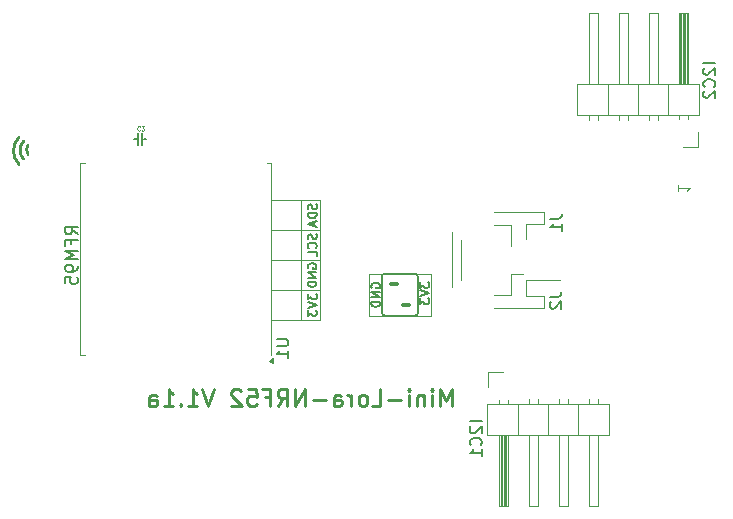
<source format=gbr>
%TF.GenerationSoftware,KiCad,Pcbnew,8.0.5*%
%TF.CreationDate,2024-11-27T13:11:35-06:00*%
%TF.ProjectId,Mini-Lora,4d696e69-2d4c-46f7-9261-2e6b69636164,rev?*%
%TF.SameCoordinates,Original*%
%TF.FileFunction,Legend,Bot*%
%TF.FilePolarity,Positive*%
%FSLAX46Y46*%
G04 Gerber Fmt 4.6, Leading zero omitted, Abs format (unit mm)*
G04 Created by KiCad (PCBNEW 8.0.5) date 2024-11-27 13:11:35*
%MOMM*%
%LPD*%
G01*
G04 APERTURE LIST*
%ADD10C,0.100000*%
%ADD11C,0.251460*%
%ADD12C,0.133350*%
%ADD13C,0.190500*%
%ADD14C,0.150000*%
%ADD15C,0.032512*%
%ADD16C,0.120000*%
%ADD17C,0.254000*%
%ADD18C,0.152400*%
%ADD19C,0.355600*%
%ADD20C,0.200000*%
G04 APERTURE END LIST*
D10*
X144780000Y-105010000D02*
X147263650Y-105010000D01*
X147263650Y-107543600D01*
X144780000Y-107543600D01*
X144780000Y-105010000D01*
X147263650Y-99930000D02*
X148945600Y-99930000D01*
X148945600Y-102470000D01*
X147263650Y-102470000D01*
X147263650Y-99930000D01*
X147263650Y-107543600D02*
X148945600Y-107543600D01*
X148945600Y-110090000D01*
X147263650Y-110090000D01*
X147263650Y-107543600D01*
X144780000Y-107543600D02*
X147263650Y-107543600D01*
X147263650Y-110090000D01*
X144780000Y-110090000D01*
X144780000Y-107543600D01*
X147263650Y-105010000D02*
X148945600Y-105010000D01*
X148945600Y-107543600D01*
X147263650Y-107543600D01*
X147263650Y-105010000D01*
X153085800Y-106197400D02*
X158292800Y-106197400D01*
X158292800Y-109728000D01*
X153085800Y-109728000D01*
X153085800Y-106197400D01*
X147263650Y-102470000D02*
X148945600Y-102470000D01*
X148945600Y-105010000D01*
X147263650Y-105010000D01*
X147263650Y-102470000D01*
X144780000Y-102463600D02*
X147263650Y-102463600D01*
X147263650Y-105010000D01*
X144780000Y-105010000D01*
X144780000Y-102463600D01*
X144780000Y-99930000D02*
X147263650Y-99930000D01*
X147263650Y-102463600D01*
X144780000Y-102463600D01*
X144780000Y-99930000D01*
D11*
X160040532Y-117396129D02*
X160040532Y-115971189D01*
X160040532Y-115971189D02*
X159565552Y-116989003D01*
X159565552Y-116989003D02*
X159090572Y-115971189D01*
X159090572Y-115971189D02*
X159090572Y-117396129D01*
X158412029Y-117396129D02*
X158412029Y-116446169D01*
X158412029Y-115971189D02*
X158479883Y-116039043D01*
X158479883Y-116039043D02*
X158412029Y-116106897D01*
X158412029Y-116106897D02*
X158344175Y-116039043D01*
X158344175Y-116039043D02*
X158412029Y-115971189D01*
X158412029Y-115971189D02*
X158412029Y-116106897D01*
X157733486Y-116446169D02*
X157733486Y-117396129D01*
X157733486Y-116581877D02*
X157665632Y-116514023D01*
X157665632Y-116514023D02*
X157529923Y-116446169D01*
X157529923Y-116446169D02*
X157326360Y-116446169D01*
X157326360Y-116446169D02*
X157190652Y-116514023D01*
X157190652Y-116514023D02*
X157122798Y-116649732D01*
X157122798Y-116649732D02*
X157122798Y-117396129D01*
X156444255Y-117396129D02*
X156444255Y-116446169D01*
X156444255Y-115971189D02*
X156512109Y-116039043D01*
X156512109Y-116039043D02*
X156444255Y-116106897D01*
X156444255Y-116106897D02*
X156376401Y-116039043D01*
X156376401Y-116039043D02*
X156444255Y-115971189D01*
X156444255Y-115971189D02*
X156444255Y-116106897D01*
X155765712Y-116853295D02*
X154680044Y-116853295D01*
X153322958Y-117396129D02*
X154001501Y-117396129D01*
X154001501Y-117396129D02*
X154001501Y-115971189D01*
X152644415Y-117396129D02*
X152780124Y-117328275D01*
X152780124Y-117328275D02*
X152847978Y-117260420D01*
X152847978Y-117260420D02*
X152915832Y-117124712D01*
X152915832Y-117124712D02*
X152915832Y-116717586D01*
X152915832Y-116717586D02*
X152847978Y-116581877D01*
X152847978Y-116581877D02*
X152780124Y-116514023D01*
X152780124Y-116514023D02*
X152644415Y-116446169D01*
X152644415Y-116446169D02*
X152440852Y-116446169D01*
X152440852Y-116446169D02*
X152305144Y-116514023D01*
X152305144Y-116514023D02*
X152237290Y-116581877D01*
X152237290Y-116581877D02*
X152169435Y-116717586D01*
X152169435Y-116717586D02*
X152169435Y-117124712D01*
X152169435Y-117124712D02*
X152237290Y-117260420D01*
X152237290Y-117260420D02*
X152305144Y-117328275D01*
X152305144Y-117328275D02*
X152440852Y-117396129D01*
X152440852Y-117396129D02*
X152644415Y-117396129D01*
X151558747Y-117396129D02*
X151558747Y-116446169D01*
X151558747Y-116717586D02*
X151490893Y-116581877D01*
X151490893Y-116581877D02*
X151423039Y-116514023D01*
X151423039Y-116514023D02*
X151287330Y-116446169D01*
X151287330Y-116446169D02*
X151151621Y-116446169D01*
X150065953Y-117396129D02*
X150065953Y-116649732D01*
X150065953Y-116649732D02*
X150133807Y-116514023D01*
X150133807Y-116514023D02*
X150269515Y-116446169D01*
X150269515Y-116446169D02*
X150540933Y-116446169D01*
X150540933Y-116446169D02*
X150676641Y-116514023D01*
X150065953Y-117328275D02*
X150201661Y-117396129D01*
X150201661Y-117396129D02*
X150540933Y-117396129D01*
X150540933Y-117396129D02*
X150676641Y-117328275D01*
X150676641Y-117328275D02*
X150744495Y-117192566D01*
X150744495Y-117192566D02*
X150744495Y-117056857D01*
X150744495Y-117056857D02*
X150676641Y-116921149D01*
X150676641Y-116921149D02*
X150540933Y-116853295D01*
X150540933Y-116853295D02*
X150201661Y-116853295D01*
X150201661Y-116853295D02*
X150065953Y-116785440D01*
X149387410Y-116853295D02*
X148301742Y-116853295D01*
X147623199Y-117396129D02*
X147623199Y-115971189D01*
X147623199Y-115971189D02*
X146808948Y-117396129D01*
X146808948Y-117396129D02*
X146808948Y-115971189D01*
X145316154Y-117396129D02*
X145791134Y-116717586D01*
X146130405Y-117396129D02*
X146130405Y-115971189D01*
X146130405Y-115971189D02*
X145587571Y-115971189D01*
X145587571Y-115971189D02*
X145451862Y-116039043D01*
X145451862Y-116039043D02*
X145384008Y-116106897D01*
X145384008Y-116106897D02*
X145316154Y-116242606D01*
X145316154Y-116242606D02*
X145316154Y-116446169D01*
X145316154Y-116446169D02*
X145384008Y-116581877D01*
X145384008Y-116581877D02*
X145451862Y-116649732D01*
X145451862Y-116649732D02*
X145587571Y-116717586D01*
X145587571Y-116717586D02*
X146130405Y-116717586D01*
X144230485Y-116649732D02*
X144705465Y-116649732D01*
X144705465Y-117396129D02*
X144705465Y-115971189D01*
X144705465Y-115971189D02*
X144026922Y-115971189D01*
X142805545Y-115971189D02*
X143484088Y-115971189D01*
X143484088Y-115971189D02*
X143551942Y-116649732D01*
X143551942Y-116649732D02*
X143484088Y-116581877D01*
X143484088Y-116581877D02*
X143348380Y-116514023D01*
X143348380Y-116514023D02*
X143009108Y-116514023D01*
X143009108Y-116514023D02*
X142873400Y-116581877D01*
X142873400Y-116581877D02*
X142805545Y-116649732D01*
X142805545Y-116649732D02*
X142737691Y-116785440D01*
X142737691Y-116785440D02*
X142737691Y-117124712D01*
X142737691Y-117124712D02*
X142805545Y-117260420D01*
X142805545Y-117260420D02*
X142873400Y-117328275D01*
X142873400Y-117328275D02*
X143009108Y-117396129D01*
X143009108Y-117396129D02*
X143348380Y-117396129D01*
X143348380Y-117396129D02*
X143484088Y-117328275D01*
X143484088Y-117328275D02*
X143551942Y-117260420D01*
X142194856Y-116106897D02*
X142127002Y-116039043D01*
X142127002Y-116039043D02*
X141991294Y-115971189D01*
X141991294Y-115971189D02*
X141652022Y-115971189D01*
X141652022Y-115971189D02*
X141516314Y-116039043D01*
X141516314Y-116039043D02*
X141448459Y-116106897D01*
X141448459Y-116106897D02*
X141380605Y-116242606D01*
X141380605Y-116242606D02*
X141380605Y-116378315D01*
X141380605Y-116378315D02*
X141448459Y-116581877D01*
X141448459Y-116581877D02*
X142262711Y-117396129D01*
X142262711Y-117396129D02*
X141380605Y-117396129D01*
X139887810Y-115971189D02*
X139412830Y-117396129D01*
X139412830Y-117396129D02*
X138937850Y-115971189D01*
X137716473Y-117396129D02*
X138530724Y-117396129D01*
X138123599Y-117396129D02*
X138123599Y-115971189D01*
X138123599Y-115971189D02*
X138259307Y-116174752D01*
X138259307Y-116174752D02*
X138395016Y-116310460D01*
X138395016Y-116310460D02*
X138530724Y-116378315D01*
X137105784Y-117260420D02*
X137037930Y-117328275D01*
X137037930Y-117328275D02*
X137105784Y-117396129D01*
X137105784Y-117396129D02*
X137173638Y-117328275D01*
X137173638Y-117328275D02*
X137105784Y-117260420D01*
X137105784Y-117260420D02*
X137105784Y-117396129D01*
X135680844Y-117396129D02*
X136495095Y-117396129D01*
X136087970Y-117396129D02*
X136087970Y-115971189D01*
X136087970Y-115971189D02*
X136223678Y-116174752D01*
X136223678Y-116174752D02*
X136359387Y-116310460D01*
X136359387Y-116310460D02*
X136495095Y-116378315D01*
X134459467Y-117396129D02*
X134459467Y-116649732D01*
X134459467Y-116649732D02*
X134527321Y-116514023D01*
X134527321Y-116514023D02*
X134663029Y-116446169D01*
X134663029Y-116446169D02*
X134934447Y-116446169D01*
X134934447Y-116446169D02*
X135070155Y-116514023D01*
X134459467Y-117328275D02*
X134595175Y-117396129D01*
X134595175Y-117396129D02*
X134934447Y-117396129D01*
X134934447Y-117396129D02*
X135070155Y-117328275D01*
X135070155Y-117328275D02*
X135138009Y-117192566D01*
X135138009Y-117192566D02*
X135138009Y-117056857D01*
X135138009Y-117056857D02*
X135070155Y-116921149D01*
X135070155Y-116921149D02*
X134934447Y-116853295D01*
X134934447Y-116853295D02*
X134595175Y-116853295D01*
X134595175Y-116853295D02*
X134459467Y-116785440D01*
D12*
X148591860Y-100301425D02*
X148627843Y-100409375D01*
X148627843Y-100409375D02*
X148627843Y-100589292D01*
X148627843Y-100589292D02*
X148591860Y-100661258D01*
X148591860Y-100661258D02*
X148555876Y-100697242D01*
X148555876Y-100697242D02*
X148483910Y-100733225D01*
X148483910Y-100733225D02*
X148411943Y-100733225D01*
X148411943Y-100733225D02*
X148339976Y-100697242D01*
X148339976Y-100697242D02*
X148303993Y-100661258D01*
X148303993Y-100661258D02*
X148268010Y-100589292D01*
X148268010Y-100589292D02*
X148232026Y-100445358D01*
X148232026Y-100445358D02*
X148196043Y-100373392D01*
X148196043Y-100373392D02*
X148160060Y-100337408D01*
X148160060Y-100337408D02*
X148088093Y-100301425D01*
X148088093Y-100301425D02*
X148016126Y-100301425D01*
X148016126Y-100301425D02*
X147944160Y-100337408D01*
X147944160Y-100337408D02*
X147908176Y-100373392D01*
X147908176Y-100373392D02*
X147872193Y-100445358D01*
X147872193Y-100445358D02*
X147872193Y-100625275D01*
X147872193Y-100625275D02*
X147908176Y-100733225D01*
X148627843Y-101057075D02*
X147872193Y-101057075D01*
X147872193Y-101057075D02*
X147872193Y-101236992D01*
X147872193Y-101236992D02*
X147908176Y-101344942D01*
X147908176Y-101344942D02*
X147980143Y-101416909D01*
X147980143Y-101416909D02*
X148052110Y-101452892D01*
X148052110Y-101452892D02*
X148196043Y-101488875D01*
X148196043Y-101488875D02*
X148303993Y-101488875D01*
X148303993Y-101488875D02*
X148447926Y-101452892D01*
X148447926Y-101452892D02*
X148519893Y-101416909D01*
X148519893Y-101416909D02*
X148591860Y-101344942D01*
X148591860Y-101344942D02*
X148627843Y-101236992D01*
X148627843Y-101236992D02*
X148627843Y-101057075D01*
X148411943Y-101776742D02*
X148411943Y-102136575D01*
X148627843Y-101704775D02*
X147872193Y-101956659D01*
X147872193Y-101956659D02*
X148627843Y-102208542D01*
X157371793Y-106912833D02*
X157371793Y-107380616D01*
X157371793Y-107380616D02*
X157659660Y-107128733D01*
X157659660Y-107128733D02*
X157659660Y-107236683D01*
X157659660Y-107236683D02*
X157695643Y-107308649D01*
X157695643Y-107308649D02*
X157731626Y-107344633D01*
X157731626Y-107344633D02*
X157803593Y-107380616D01*
X157803593Y-107380616D02*
X157983510Y-107380616D01*
X157983510Y-107380616D02*
X158055476Y-107344633D01*
X158055476Y-107344633D02*
X158091460Y-107308649D01*
X158091460Y-107308649D02*
X158127443Y-107236683D01*
X158127443Y-107236683D02*
X158127443Y-107020783D01*
X158127443Y-107020783D02*
X158091460Y-106948816D01*
X158091460Y-106948816D02*
X158055476Y-106912833D01*
X157371793Y-107596516D02*
X158127443Y-107848400D01*
X158127443Y-107848400D02*
X157371793Y-108100283D01*
X157371793Y-108280200D02*
X157371793Y-108747983D01*
X157371793Y-108747983D02*
X157659660Y-108496100D01*
X157659660Y-108496100D02*
X157659660Y-108604050D01*
X157659660Y-108604050D02*
X157695643Y-108676016D01*
X157695643Y-108676016D02*
X157731626Y-108712000D01*
X157731626Y-108712000D02*
X157803593Y-108747983D01*
X157803593Y-108747983D02*
X157983510Y-108747983D01*
X157983510Y-108747983D02*
X158055476Y-108712000D01*
X158055476Y-108712000D02*
X158091460Y-108676016D01*
X158091460Y-108676016D02*
X158127443Y-108604050D01*
X158127443Y-108604050D02*
X158127443Y-108388150D01*
X158127443Y-108388150D02*
X158091460Y-108316183D01*
X158091460Y-108316183D02*
X158055476Y-108280200D01*
X148591860Y-102834016D02*
X148627843Y-102941966D01*
X148627843Y-102941966D02*
X148627843Y-103121883D01*
X148627843Y-103121883D02*
X148591860Y-103193849D01*
X148591860Y-103193849D02*
X148555876Y-103229833D01*
X148555876Y-103229833D02*
X148483910Y-103265816D01*
X148483910Y-103265816D02*
X148411943Y-103265816D01*
X148411943Y-103265816D02*
X148339976Y-103229833D01*
X148339976Y-103229833D02*
X148303993Y-103193849D01*
X148303993Y-103193849D02*
X148268010Y-103121883D01*
X148268010Y-103121883D02*
X148232026Y-102977949D01*
X148232026Y-102977949D02*
X148196043Y-102905983D01*
X148196043Y-102905983D02*
X148160060Y-102869999D01*
X148160060Y-102869999D02*
X148088093Y-102834016D01*
X148088093Y-102834016D02*
X148016126Y-102834016D01*
X148016126Y-102834016D02*
X147944160Y-102869999D01*
X147944160Y-102869999D02*
X147908176Y-102905983D01*
X147908176Y-102905983D02*
X147872193Y-102977949D01*
X147872193Y-102977949D02*
X147872193Y-103157866D01*
X147872193Y-103157866D02*
X147908176Y-103265816D01*
X148555876Y-104021466D02*
X148591860Y-103985483D01*
X148591860Y-103985483D02*
X148627843Y-103877533D01*
X148627843Y-103877533D02*
X148627843Y-103805566D01*
X148627843Y-103805566D02*
X148591860Y-103697616D01*
X148591860Y-103697616D02*
X148519893Y-103625650D01*
X148519893Y-103625650D02*
X148447926Y-103589666D01*
X148447926Y-103589666D02*
X148303993Y-103553683D01*
X148303993Y-103553683D02*
X148196043Y-103553683D01*
X148196043Y-103553683D02*
X148052110Y-103589666D01*
X148052110Y-103589666D02*
X147980143Y-103625650D01*
X147980143Y-103625650D02*
X147908176Y-103697616D01*
X147908176Y-103697616D02*
X147872193Y-103805566D01*
X147872193Y-103805566D02*
X147872193Y-103877533D01*
X147872193Y-103877533D02*
X147908176Y-103985483D01*
X147908176Y-103985483D02*
X147944160Y-104021466D01*
X148627843Y-104705150D02*
X148627843Y-104345316D01*
X148627843Y-104345316D02*
X147872193Y-104345316D01*
X147872193Y-107903433D02*
X147872193Y-108371216D01*
X147872193Y-108371216D02*
X148160060Y-108119333D01*
X148160060Y-108119333D02*
X148160060Y-108227283D01*
X148160060Y-108227283D02*
X148196043Y-108299249D01*
X148196043Y-108299249D02*
X148232026Y-108335233D01*
X148232026Y-108335233D02*
X148303993Y-108371216D01*
X148303993Y-108371216D02*
X148483910Y-108371216D01*
X148483910Y-108371216D02*
X148555876Y-108335233D01*
X148555876Y-108335233D02*
X148591860Y-108299249D01*
X148591860Y-108299249D02*
X148627843Y-108227283D01*
X148627843Y-108227283D02*
X148627843Y-108011383D01*
X148627843Y-108011383D02*
X148591860Y-107939416D01*
X148591860Y-107939416D02*
X148555876Y-107903433D01*
X147872193Y-108587116D02*
X148627843Y-108839000D01*
X148627843Y-108839000D02*
X147872193Y-109090883D01*
X147872193Y-109270800D02*
X147872193Y-109738583D01*
X147872193Y-109738583D02*
X148160060Y-109486700D01*
X148160060Y-109486700D02*
X148160060Y-109594650D01*
X148160060Y-109594650D02*
X148196043Y-109666616D01*
X148196043Y-109666616D02*
X148232026Y-109702600D01*
X148232026Y-109702600D02*
X148303993Y-109738583D01*
X148303993Y-109738583D02*
X148483910Y-109738583D01*
X148483910Y-109738583D02*
X148555876Y-109702600D01*
X148555876Y-109702600D02*
X148591860Y-109666616D01*
X148591860Y-109666616D02*
X148627843Y-109594650D01*
X148627843Y-109594650D02*
X148627843Y-109378750D01*
X148627843Y-109378750D02*
X148591860Y-109306783D01*
X148591860Y-109306783D02*
X148555876Y-109270800D01*
X153267576Y-107399667D02*
X153231593Y-107327700D01*
X153231593Y-107327700D02*
X153231593Y-107219750D01*
X153231593Y-107219750D02*
X153267576Y-107111800D01*
X153267576Y-107111800D02*
X153339543Y-107039834D01*
X153339543Y-107039834D02*
X153411510Y-107003850D01*
X153411510Y-107003850D02*
X153555443Y-106967867D01*
X153555443Y-106967867D02*
X153663393Y-106967867D01*
X153663393Y-106967867D02*
X153807326Y-107003850D01*
X153807326Y-107003850D02*
X153879293Y-107039834D01*
X153879293Y-107039834D02*
X153951260Y-107111800D01*
X153951260Y-107111800D02*
X153987243Y-107219750D01*
X153987243Y-107219750D02*
X153987243Y-107291717D01*
X153987243Y-107291717D02*
X153951260Y-107399667D01*
X153951260Y-107399667D02*
X153915276Y-107435650D01*
X153915276Y-107435650D02*
X153663393Y-107435650D01*
X153663393Y-107435650D02*
X153663393Y-107291717D01*
X153987243Y-107759500D02*
X153231593Y-107759500D01*
X153231593Y-107759500D02*
X153987243Y-108191300D01*
X153987243Y-108191300D02*
X153231593Y-108191300D01*
X153987243Y-108551133D02*
X153231593Y-108551133D01*
X153231593Y-108551133D02*
X153231593Y-108731050D01*
X153231593Y-108731050D02*
X153267576Y-108839000D01*
X153267576Y-108839000D02*
X153339543Y-108910967D01*
X153339543Y-108910967D02*
X153411510Y-108946950D01*
X153411510Y-108946950D02*
X153555443Y-108982933D01*
X153555443Y-108982933D02*
X153663393Y-108982933D01*
X153663393Y-108982933D02*
X153807326Y-108946950D01*
X153807326Y-108946950D02*
X153879293Y-108910967D01*
X153879293Y-108910967D02*
X153951260Y-108839000D01*
X153951260Y-108839000D02*
X153987243Y-108731050D01*
X153987243Y-108731050D02*
X153987243Y-108551133D01*
X147882776Y-105723267D02*
X147846793Y-105651300D01*
X147846793Y-105651300D02*
X147846793Y-105543350D01*
X147846793Y-105543350D02*
X147882776Y-105435400D01*
X147882776Y-105435400D02*
X147954743Y-105363434D01*
X147954743Y-105363434D02*
X148026710Y-105327450D01*
X148026710Y-105327450D02*
X148170643Y-105291467D01*
X148170643Y-105291467D02*
X148278593Y-105291467D01*
X148278593Y-105291467D02*
X148422526Y-105327450D01*
X148422526Y-105327450D02*
X148494493Y-105363434D01*
X148494493Y-105363434D02*
X148566460Y-105435400D01*
X148566460Y-105435400D02*
X148602443Y-105543350D01*
X148602443Y-105543350D02*
X148602443Y-105615317D01*
X148602443Y-105615317D02*
X148566460Y-105723267D01*
X148566460Y-105723267D02*
X148530476Y-105759250D01*
X148530476Y-105759250D02*
X148278593Y-105759250D01*
X148278593Y-105759250D02*
X148278593Y-105615317D01*
X148602443Y-106083100D02*
X147846793Y-106083100D01*
X147846793Y-106083100D02*
X148602443Y-106514900D01*
X148602443Y-106514900D02*
X147846793Y-106514900D01*
X148602443Y-106874733D02*
X147846793Y-106874733D01*
X147846793Y-106874733D02*
X147846793Y-107054650D01*
X147846793Y-107054650D02*
X147882776Y-107162600D01*
X147882776Y-107162600D02*
X147954743Y-107234567D01*
X147954743Y-107234567D02*
X148026710Y-107270550D01*
X148026710Y-107270550D02*
X148170643Y-107306533D01*
X148170643Y-107306533D02*
X148278593Y-107306533D01*
X148278593Y-107306533D02*
X148422526Y-107270550D01*
X148422526Y-107270550D02*
X148494493Y-107234567D01*
X148494493Y-107234567D02*
X148566460Y-107162600D01*
X148566460Y-107162600D02*
X148602443Y-107054650D01*
X148602443Y-107054650D02*
X148602443Y-106874733D01*
D13*
X128407983Y-102849208D02*
X127893936Y-102489375D01*
X128407983Y-102232351D02*
X127328483Y-102232351D01*
X127328483Y-102232351D02*
X127328483Y-102643589D01*
X127328483Y-102643589D02*
X127379888Y-102746399D01*
X127379888Y-102746399D02*
X127431293Y-102797804D01*
X127431293Y-102797804D02*
X127534102Y-102849208D01*
X127534102Y-102849208D02*
X127688317Y-102849208D01*
X127688317Y-102849208D02*
X127791126Y-102797804D01*
X127791126Y-102797804D02*
X127842531Y-102746399D01*
X127842531Y-102746399D02*
X127893936Y-102643589D01*
X127893936Y-102643589D02*
X127893936Y-102232351D01*
X127842531Y-103671685D02*
X127842531Y-103311851D01*
X128407983Y-103311851D02*
X127328483Y-103311851D01*
X127328483Y-103311851D02*
X127328483Y-103825899D01*
X128407983Y-104237137D02*
X127328483Y-104237137D01*
X127328483Y-104237137D02*
X128099555Y-104596971D01*
X128099555Y-104596971D02*
X127328483Y-104956804D01*
X127328483Y-104956804D02*
X128407983Y-104956804D01*
X128407983Y-105522256D02*
X128407983Y-105727875D01*
X128407983Y-105727875D02*
X128356579Y-105830685D01*
X128356579Y-105830685D02*
X128305174Y-105882089D01*
X128305174Y-105882089D02*
X128150959Y-105984899D01*
X128150959Y-105984899D02*
X127945340Y-106036304D01*
X127945340Y-106036304D02*
X127534102Y-106036304D01*
X127534102Y-106036304D02*
X127431293Y-105984899D01*
X127431293Y-105984899D02*
X127379888Y-105933494D01*
X127379888Y-105933494D02*
X127328483Y-105830685D01*
X127328483Y-105830685D02*
X127328483Y-105625066D01*
X127328483Y-105625066D02*
X127379888Y-105522256D01*
X127379888Y-105522256D02*
X127431293Y-105470851D01*
X127431293Y-105470851D02*
X127534102Y-105419447D01*
X127534102Y-105419447D02*
X127791126Y-105419447D01*
X127791126Y-105419447D02*
X127893936Y-105470851D01*
X127893936Y-105470851D02*
X127945340Y-105522256D01*
X127945340Y-105522256D02*
X127996745Y-105625066D01*
X127996745Y-105625066D02*
X127996745Y-105830685D01*
X127996745Y-105830685D02*
X127945340Y-105933494D01*
X127945340Y-105933494D02*
X127893936Y-105984899D01*
X127893936Y-105984899D02*
X127791126Y-106036304D01*
X127328483Y-107012994D02*
X127328483Y-106498946D01*
X127328483Y-106498946D02*
X127842531Y-106447542D01*
X127842531Y-106447542D02*
X127791126Y-106498946D01*
X127791126Y-106498946D02*
X127739721Y-106601756D01*
X127739721Y-106601756D02*
X127739721Y-106858780D01*
X127739721Y-106858780D02*
X127791126Y-106961589D01*
X127791126Y-106961589D02*
X127842531Y-107012994D01*
X127842531Y-107012994D02*
X127945340Y-107064399D01*
X127945340Y-107064399D02*
X128202364Y-107064399D01*
X128202364Y-107064399D02*
X128305174Y-107012994D01*
X128305174Y-107012994D02*
X128356579Y-106961589D01*
X128356579Y-106961589D02*
X128407983Y-106858780D01*
X128407983Y-106858780D02*
X128407983Y-106601756D01*
X128407983Y-106601756D02*
X128356579Y-106498946D01*
X128356579Y-106498946D02*
X128305174Y-106447542D01*
D14*
X182364819Y-88362619D02*
X181364819Y-88362619D01*
X181460057Y-88791190D02*
X181412438Y-88838809D01*
X181412438Y-88838809D02*
X181364819Y-88934047D01*
X181364819Y-88934047D02*
X181364819Y-89172142D01*
X181364819Y-89172142D02*
X181412438Y-89267380D01*
X181412438Y-89267380D02*
X181460057Y-89314999D01*
X181460057Y-89314999D02*
X181555295Y-89362618D01*
X181555295Y-89362618D02*
X181650533Y-89362618D01*
X181650533Y-89362618D02*
X181793390Y-89314999D01*
X181793390Y-89314999D02*
X182364819Y-88743571D01*
X182364819Y-88743571D02*
X182364819Y-89362618D01*
X182269580Y-90362618D02*
X182317200Y-90314999D01*
X182317200Y-90314999D02*
X182364819Y-90172142D01*
X182364819Y-90172142D02*
X182364819Y-90076904D01*
X182364819Y-90076904D02*
X182317200Y-89934047D01*
X182317200Y-89934047D02*
X182221961Y-89838809D01*
X182221961Y-89838809D02*
X182126723Y-89791190D01*
X182126723Y-89791190D02*
X181936247Y-89743571D01*
X181936247Y-89743571D02*
X181793390Y-89743571D01*
X181793390Y-89743571D02*
X181602914Y-89791190D01*
X181602914Y-89791190D02*
X181507676Y-89838809D01*
X181507676Y-89838809D02*
X181412438Y-89934047D01*
X181412438Y-89934047D02*
X181364819Y-90076904D01*
X181364819Y-90076904D02*
X181364819Y-90172142D01*
X181364819Y-90172142D02*
X181412438Y-90314999D01*
X181412438Y-90314999D02*
X181460057Y-90362618D01*
X181460057Y-90743571D02*
X181412438Y-90791190D01*
X181412438Y-90791190D02*
X181364819Y-90886428D01*
X181364819Y-90886428D02*
X181364819Y-91124523D01*
X181364819Y-91124523D02*
X181412438Y-91219761D01*
X181412438Y-91219761D02*
X181460057Y-91267380D01*
X181460057Y-91267380D02*
X181555295Y-91314999D01*
X181555295Y-91314999D02*
X181650533Y-91314999D01*
X181650533Y-91314999D02*
X181793390Y-91267380D01*
X181793390Y-91267380D02*
X182364819Y-90695952D01*
X182364819Y-90695952D02*
X182364819Y-91314999D01*
X162594819Y-118682619D02*
X161594819Y-118682619D01*
X161690057Y-119111190D02*
X161642438Y-119158809D01*
X161642438Y-119158809D02*
X161594819Y-119254047D01*
X161594819Y-119254047D02*
X161594819Y-119492142D01*
X161594819Y-119492142D02*
X161642438Y-119587380D01*
X161642438Y-119587380D02*
X161690057Y-119634999D01*
X161690057Y-119634999D02*
X161785295Y-119682618D01*
X161785295Y-119682618D02*
X161880533Y-119682618D01*
X161880533Y-119682618D02*
X162023390Y-119634999D01*
X162023390Y-119634999D02*
X162594819Y-119063571D01*
X162594819Y-119063571D02*
X162594819Y-119682618D01*
X162499580Y-120682618D02*
X162547200Y-120634999D01*
X162547200Y-120634999D02*
X162594819Y-120492142D01*
X162594819Y-120492142D02*
X162594819Y-120396904D01*
X162594819Y-120396904D02*
X162547200Y-120254047D01*
X162547200Y-120254047D02*
X162451961Y-120158809D01*
X162451961Y-120158809D02*
X162356723Y-120111190D01*
X162356723Y-120111190D02*
X162166247Y-120063571D01*
X162166247Y-120063571D02*
X162023390Y-120063571D01*
X162023390Y-120063571D02*
X161832914Y-120111190D01*
X161832914Y-120111190D02*
X161737676Y-120158809D01*
X161737676Y-120158809D02*
X161642438Y-120254047D01*
X161642438Y-120254047D02*
X161594819Y-120396904D01*
X161594819Y-120396904D02*
X161594819Y-120492142D01*
X161594819Y-120492142D02*
X161642438Y-120634999D01*
X161642438Y-120634999D02*
X161690057Y-120682618D01*
X162594819Y-121634999D02*
X162594819Y-121063571D01*
X162594819Y-121349285D02*
X161594819Y-121349285D01*
X161594819Y-121349285D02*
X161737676Y-121254047D01*
X161737676Y-121254047D02*
X161832914Y-121158809D01*
X161832914Y-121158809D02*
X161880533Y-121063571D01*
D10*
X179247580Y-98642306D02*
X179247580Y-99213734D01*
X179247580Y-98928020D02*
X180247580Y-98928020D01*
X180247580Y-98928020D02*
X180104723Y-99023258D01*
X180104723Y-99023258D02*
X180009485Y-99118496D01*
X180009485Y-99118496D02*
X179961866Y-99213734D01*
D14*
X168344819Y-108136666D02*
X169059104Y-108136666D01*
X169059104Y-108136666D02*
X169201961Y-108089047D01*
X169201961Y-108089047D02*
X169297200Y-107993809D01*
X169297200Y-107993809D02*
X169344819Y-107850952D01*
X169344819Y-107850952D02*
X169344819Y-107755714D01*
X168440057Y-108565238D02*
X168392438Y-108612857D01*
X168392438Y-108612857D02*
X168344819Y-108708095D01*
X168344819Y-108708095D02*
X168344819Y-108946190D01*
X168344819Y-108946190D02*
X168392438Y-109041428D01*
X168392438Y-109041428D02*
X168440057Y-109089047D01*
X168440057Y-109089047D02*
X168535295Y-109136666D01*
X168535295Y-109136666D02*
X168630533Y-109136666D01*
X168630533Y-109136666D02*
X168773390Y-109089047D01*
X168773390Y-109089047D02*
X169344819Y-108517619D01*
X169344819Y-108517619D02*
X169344819Y-109136666D01*
X145225419Y-111734695D02*
X146034942Y-111734695D01*
X146034942Y-111734695D02*
X146130180Y-111782314D01*
X146130180Y-111782314D02*
X146177800Y-111829933D01*
X146177800Y-111829933D02*
X146225419Y-111925171D01*
X146225419Y-111925171D02*
X146225419Y-112115647D01*
X146225419Y-112115647D02*
X146177800Y-112210885D01*
X146177800Y-112210885D02*
X146130180Y-112258504D01*
X146130180Y-112258504D02*
X146034942Y-112306123D01*
X146034942Y-112306123D02*
X145225419Y-112306123D01*
X146225419Y-113306123D02*
X146225419Y-112734695D01*
X146225419Y-113020409D02*
X145225419Y-113020409D01*
X145225419Y-113020409D02*
X145368276Y-112925171D01*
X145368276Y-112925171D02*
X145463514Y-112829933D01*
X145463514Y-112829933D02*
X145511133Y-112734695D01*
X168364819Y-101556666D02*
X169079104Y-101556666D01*
X169079104Y-101556666D02*
X169221961Y-101509047D01*
X169221961Y-101509047D02*
X169317200Y-101413809D01*
X169317200Y-101413809D02*
X169364819Y-101270952D01*
X169364819Y-101270952D02*
X169364819Y-101175714D01*
X169364819Y-102556666D02*
X169364819Y-101985238D01*
X169364819Y-102270952D02*
X168364819Y-102270952D01*
X168364819Y-102270952D02*
X168507676Y-102175714D01*
X168507676Y-102175714D02*
X168602914Y-102080476D01*
X168602914Y-102080476D02*
X168650533Y-101985238D01*
D15*
X133674060Y-93733055D02*
X133656256Y-93715251D01*
X133656256Y-93715251D02*
X133602843Y-93697446D01*
X133602843Y-93697446D02*
X133567235Y-93697446D01*
X133567235Y-93697446D02*
X133513822Y-93715251D01*
X133513822Y-93715251D02*
X133478214Y-93750859D01*
X133478214Y-93750859D02*
X133460409Y-93786467D01*
X133460409Y-93786467D02*
X133442605Y-93857684D01*
X133442605Y-93857684D02*
X133442605Y-93911097D01*
X133442605Y-93911097D02*
X133460409Y-93982313D01*
X133460409Y-93982313D02*
X133478214Y-94017922D01*
X133478214Y-94017922D02*
X133513822Y-94053530D01*
X133513822Y-94053530D02*
X133567235Y-94071334D01*
X133567235Y-94071334D02*
X133602843Y-94071334D01*
X133602843Y-94071334D02*
X133656256Y-94053530D01*
X133656256Y-94053530D02*
X133674060Y-94035726D01*
X133816493Y-94035726D02*
X133834297Y-94053530D01*
X133834297Y-94053530D02*
X133869906Y-94071334D01*
X133869906Y-94071334D02*
X133958927Y-94071334D01*
X133958927Y-94071334D02*
X133994535Y-94053530D01*
X133994535Y-94053530D02*
X134012339Y-94035726D01*
X134012339Y-94035726D02*
X134030144Y-94000118D01*
X134030144Y-94000118D02*
X134030144Y-93964509D01*
X134030144Y-93964509D02*
X134012339Y-93911097D01*
X134012339Y-93911097D02*
X133798689Y-93697446D01*
X133798689Y-93697446D02*
X134030144Y-93697446D01*
D16*
%TO.C,I2C2*%
X171640000Y-90100000D02*
X171640000Y-84100000D01*
X171640000Y-84100000D02*
X172400000Y-84100000D01*
X174180000Y-90100000D02*
X174180000Y-84100000D01*
X174180000Y-84100000D02*
X174940000Y-84100000D01*
X176720000Y-90100000D02*
X176720000Y-84100000D01*
X176720000Y-84100000D02*
X177480000Y-84100000D01*
X179260000Y-90100000D02*
X179260000Y-84100000D01*
X179260000Y-84100000D02*
X180020000Y-84100000D01*
X180970000Y-90100000D02*
X170690000Y-90100000D01*
X172400000Y-84100000D02*
X172400000Y-90100000D01*
X174940000Y-84100000D02*
X174940000Y-90100000D01*
X177480000Y-84100000D02*
X177480000Y-90100000D01*
X179360000Y-84100000D02*
X179360000Y-90100000D01*
X179480000Y-84100000D02*
X179480000Y-90100000D01*
X179600000Y-84100000D02*
X179600000Y-90100000D01*
X179720000Y-84100000D02*
X179720000Y-90100000D01*
X179840000Y-84100000D02*
X179840000Y-90100000D01*
X179960000Y-84100000D02*
X179960000Y-90100000D01*
X180020000Y-84100000D02*
X180020000Y-90100000D01*
X180970000Y-92760000D02*
X180970000Y-90100000D01*
X170690000Y-90100000D02*
X170690000Y-92760000D01*
X173290000Y-90100000D02*
X173290000Y-92760000D01*
X175830000Y-90100000D02*
X175830000Y-92760000D01*
X178370000Y-90100000D02*
X178370000Y-92760000D01*
X170690000Y-92760000D02*
X180970000Y-92760000D01*
X179260000Y-92760000D02*
X179260000Y-93090000D01*
X180020000Y-92760000D02*
X180020000Y-93090000D01*
X171640000Y-92760000D02*
X171640000Y-93157071D01*
X172400000Y-92760000D02*
X172400000Y-93157071D01*
X174180000Y-92760000D02*
X174180000Y-93157071D01*
X174940000Y-92760000D02*
X174940000Y-93157071D01*
X176720000Y-92760000D02*
X176720000Y-93157071D01*
X177480000Y-92760000D02*
X177480000Y-93157071D01*
X180910000Y-95470000D02*
X179640000Y-95470000D01*
X180910000Y-94200000D02*
X180910000Y-95470000D01*
%TO.C,I2C1*%
X163140000Y-115750000D02*
X163140000Y-114480000D01*
X163140000Y-114480000D02*
X164410000Y-114480000D01*
X166570000Y-117190000D02*
X166570000Y-116792929D01*
X167330000Y-117190000D02*
X167330000Y-116792929D01*
X169110000Y-117190000D02*
X169110000Y-116792929D01*
X169870000Y-117190000D02*
X169870000Y-116792929D01*
X171650000Y-117190000D02*
X171650000Y-116792929D01*
X172410000Y-117190000D02*
X172410000Y-116792929D01*
X164030000Y-117190000D02*
X164030000Y-116860000D01*
X164790000Y-117190000D02*
X164790000Y-116860000D01*
X173360000Y-117190000D02*
X163080000Y-117190000D01*
X165680000Y-119850000D02*
X165680000Y-117190000D01*
X168220000Y-119850000D02*
X168220000Y-117190000D01*
X170760000Y-119850000D02*
X170760000Y-117190000D01*
X173360000Y-119850000D02*
X173360000Y-117190000D01*
X163080000Y-117190000D02*
X163080000Y-119850000D01*
X164030000Y-125850000D02*
X164030000Y-119850000D01*
X164090000Y-125850000D02*
X164090000Y-119850000D01*
X164210000Y-125850000D02*
X164210000Y-119850000D01*
X164330000Y-125850000D02*
X164330000Y-119850000D01*
X164450000Y-125850000D02*
X164450000Y-119850000D01*
X164570000Y-125850000D02*
X164570000Y-119850000D01*
X164690000Y-125850000D02*
X164690000Y-119850000D01*
X166570000Y-125850000D02*
X166570000Y-119850000D01*
X169110000Y-125850000D02*
X169110000Y-119850000D01*
X171650000Y-125850000D02*
X171650000Y-119850000D01*
X163080000Y-119850000D02*
X173360000Y-119850000D01*
X164790000Y-125850000D02*
X164030000Y-125850000D01*
X164790000Y-119850000D02*
X164790000Y-125850000D01*
X167330000Y-125850000D02*
X166570000Y-125850000D01*
X167330000Y-119850000D02*
X167330000Y-125850000D01*
X169870000Y-125850000D02*
X169110000Y-125850000D01*
X169870000Y-119850000D02*
X169870000Y-125850000D01*
X172410000Y-125850000D02*
X171650000Y-125850000D01*
X172410000Y-119850000D02*
X172410000Y-125850000D01*
D17*
%TO.C,J$2*%
X123417300Y-96921100D02*
G75*
G02*
X123417300Y-94635100I1143000J1143000D01*
G01*
X123811000Y-96489300D02*
G75*
G02*
X123811000Y-94965300I834414J762000D01*
G01*
X124179300Y-96082900D02*
G75*
G02*
X124179300Y-95320901I550694J381000D01*
G01*
D16*
%TO.C,J2*%
X160840000Y-103310000D02*
X160840000Y-106740000D01*
X165110000Y-102040000D02*
X163660000Y-102040000D01*
X165110000Y-103840000D02*
X165110000Y-102040000D01*
X165110000Y-106210000D02*
X165110000Y-108010000D01*
X165110000Y-108010000D02*
X163660000Y-108010000D01*
X166100000Y-106210000D02*
X165110000Y-106210000D01*
D18*
%TO.C,U$1*%
X154149700Y-109485000D02*
X154149700Y-106437000D01*
X154403700Y-106183000D02*
X156943700Y-106183000D01*
D19*
X155419700Y-107072000D02*
X154911700Y-107072000D01*
X156435700Y-108850000D02*
X155927700Y-108850000D01*
D18*
X156943700Y-109739000D02*
X154403700Y-109739000D01*
X157197700Y-109485000D02*
X157197700Y-106437000D01*
X154149700Y-106437000D02*
G75*
G02*
X154403700Y-106183000I254000J0D01*
G01*
X154403700Y-109739000D02*
G75*
G02*
X154149700Y-109485000I0J254000D01*
G01*
X156943700Y-106183000D02*
G75*
G02*
X157197700Y-106437000I0J-254000D01*
G01*
X157197700Y-109485000D02*
G75*
G02*
X156943700Y-109739000I-254000J0D01*
G01*
D16*
%TO.C,U1*%
X128589915Y-96842894D02*
X128589915Y-113042894D01*
X128589915Y-113042894D02*
X128989915Y-113042894D01*
X128989915Y-96842894D02*
X128589915Y-96842894D01*
X144389915Y-96842894D02*
X144789915Y-96842894D01*
X144789915Y-96842894D02*
X144789915Y-113042894D01*
X144925915Y-113782894D02*
X144589915Y-113542894D01*
X144925915Y-113302894D01*
X144925915Y-113782894D01*
G36*
X144925915Y-113782894D02*
G01*
X144589915Y-113542894D01*
X144925915Y-113302894D01*
X144925915Y-113782894D01*
G37*
%TO.C,J1*%
X160090000Y-102660000D02*
X160090000Y-107340000D01*
X166310000Y-101960000D02*
X167910000Y-101960000D01*
X166310000Y-103240000D02*
X166310000Y-101960000D01*
X166310000Y-106760000D02*
X166310000Y-108040000D01*
X166310000Y-108040000D02*
X167910000Y-108040000D01*
X167910000Y-100940000D02*
X163660000Y-100940000D01*
X167910000Y-101960000D02*
X167910000Y-100940000D01*
X167910000Y-108040000D02*
X167910000Y-109060000D01*
X167910000Y-109060000D02*
X163660000Y-109060000D01*
X169200000Y-106760000D02*
X166310000Y-106760000D01*
D20*
%TO.C,C2*%
X133173000Y-94800000D02*
X133373000Y-94800000D01*
X133473000Y-94300000D02*
X133473000Y-95300000D01*
X133873000Y-94300000D02*
X133873000Y-95300000D01*
X134173000Y-94800000D02*
X133973000Y-94800000D01*
%TD*%
M02*

</source>
